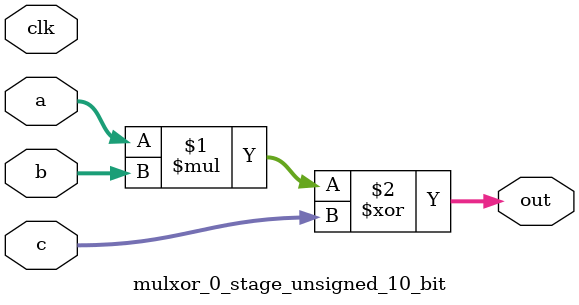
<source format=sv>
(* use_dsp = "yes" *) module mulxor_0_stage_unsigned_10_bit(
	input  [9:0] a,
	input  [9:0] b,
	input  [9:0] c,
	output [9:0] out,
	input clk);

	assign out = (a * b) ^ c;
endmodule

</source>
